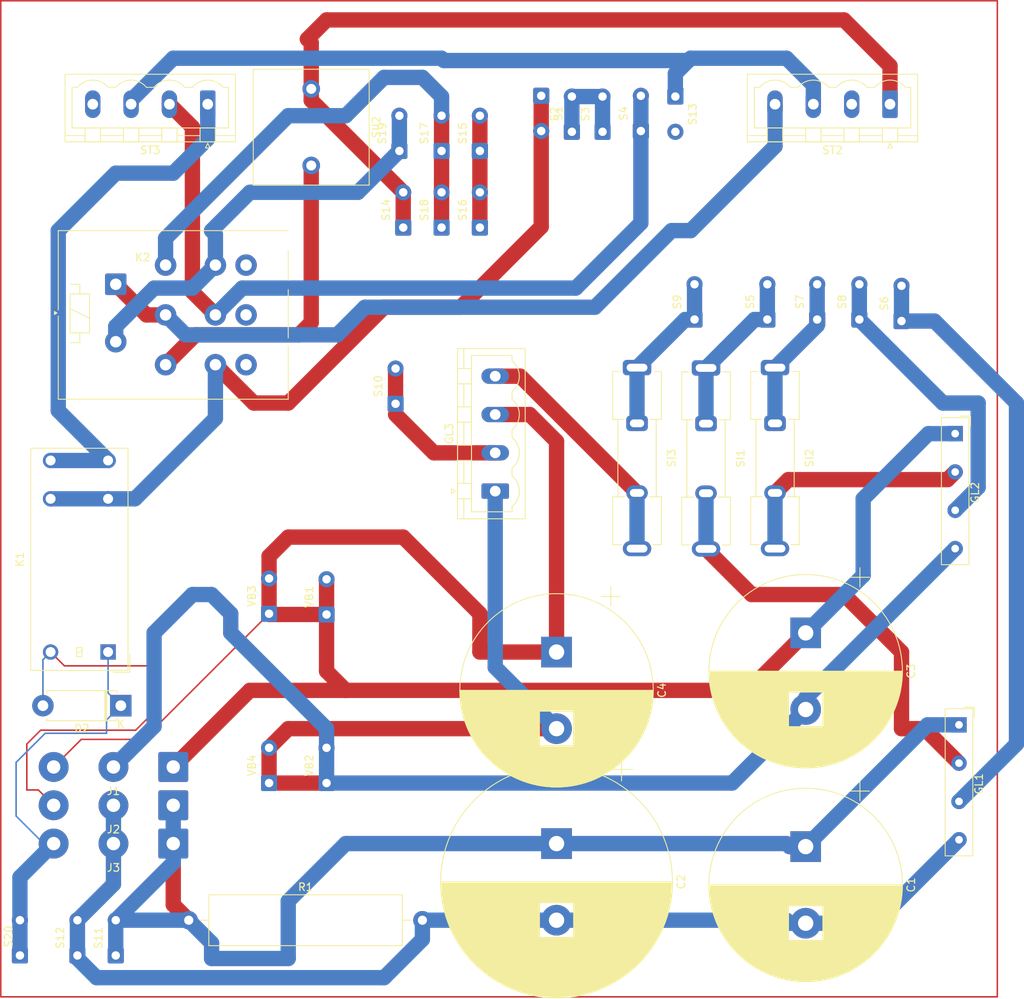
<source format=kicad_pcb>
(kicad_pcb (version 20241229) (generator "pcbnew") (generator_version "9.0")
  (layers (0 "F.Cu" signal) (2 "B.Cu" signal) (13 "F.Paste" user) (15 "B.Paste" user) (5 "F.SilkS" user "F.Silkscreen") (7 "B.SilkS" user "B.Silkscreen") (1 "F.Mask" user) (3 "B.Mask" user) (25 "Edge.Cuts" user))
  (net 0 "")
  (net 2 "Net-(GL3-Pin_4)")
  (net 3 "Net-(GL3-Pin_2)")
  (net 4 "Net-(S6-Pin_1)")
  (net 5 "Net-(GL2-Pad2)")
  (net 6 "Net-(S8-Pin_1)")
  (net 10 "Net-(S2-Pin_1)")
  (net 11 "Net-(S5-Pin_1)")
  (net 12 "Net-(S7-Pin_1)")
  (net 13 "Net-(S9-Pin_1)")
  (net 14 "SW_LIGHT")
  (net 15 "COMMUN_SWITCH")
  (net 16 "AU2")
  (net 17 "AU1")
  (net 18 "Net-(GL1-Pad2)")
  (net 19 "ALIM1_GND")
  (net 20 "ALIM1_VCC")
  (net 21 "CONN_AUX_1")
  (net 22 "S1")
  (net 23 "K2_SW3_COM_9")
  (net 24 "K2_A2")
  (net 25 "K2_A1")
  (net 26 "ALIM2_GND")
  (net 27 "ALIM2_VCC")
  (net 28 "K1_A1")
  (net 29 "Earth")
  (footprint "Connector_Wire:SolderWire-0.5sqmm_1x02_P4.6mm_D0.9mm_OD2.1mm" (layer "F.Cu") (at 172.5 81.8 90)
    (property "Reference" "S6" (at 2.3 -2.25 90) (layer "F.SilkS"))
    (property "Value" "Conn_01x02_Pin")
    (pad "1" thru_hole roundrect (at 0 0 90) (size 2.1 2.1) (drill 1.1) (layers "*.Cu" "*.Mask") (roundrect_rratio 0.119048) (net 4 "Net-(S6-Pin_1)"))
    (pad "2" thru_hole circle (at 4.6 0 90) (size 2.1 2.1) (drill 1.1) (layers "*.Cu" "*.Mask") (net 4 "Net-(S6-Pin_1)"))
  )
  (footprint "Connector_Wire:SolderWire-1sqmm_1x03_P7.8mm_D1.4mm_OD3.9mm" (layer "F.Cu") (at 77.5 140 180)
    (property "Reference" "J1" (at 7.8 -3.15 0) (layer "F.SilkS"))
    (property "Value" "Conn_01x03_Socket")
    (pad "1" thru_hole roundrect (at 0 0 180) (size 3.9 3.9) (drill 1.75) (layers "*.Cu" "*.Mask") (roundrect_rratio 0.064103) (net 27 "ALIM2_VCC"))
    (pad "2" thru_hole circle (at 7.8 0 180) (size 3.9 3.9) (drill 1.75) (layers "*.Cu" "*.Mask") (net 26 "ALIM2_GND"))
    (pad "3" thru_hole circle (at 15.6 0 180) (size 3.9 3.9) (drill 1.75) (layers "*.Cu" "*.Mask") (net 27 "ALIM2_VCC"))
  )
  (footprint "Connector_Wire:SolderWire-0.5sqmm_1x02_P4.6mm_D0.9mm_OD2.1mm" (layer "F.Cu") (at 167 81.6 90)
    (property "Reference" "S8" (at 2.3 -2.25 90) (layer "F.SilkS"))
    (property "Value" "Conn_01x02_Pin")
    (pad "1" thru_hole roundrect (at 0 0 90) (size 2.1 2.1) (drill 1.1) (layers "*.Cu" "*.Mask") (roundrect_rratio 0.119048) (net 6 "Net-(S8-Pin_1)"))
    (pad "2" thru_hole circle (at 4.6 0 90) (size 2.1 2.1) (drill 1.1) (layers "*.Cu" "*.Mask") (net 6 "Net-(S8-Pin_1)"))
  )
  (footprint "Fuse:Fuseholder_Clip-5x20mm_Keystone_3512P_Inline_P23.62x7.27mm_D1.02x2.41x1.02x1.57mm_Horizontal" (layer "F.Cu") (at 138 87.88 -90)
    (property "Reference" "SI3" (at 11.81 -4.5 90) (layer "F.SilkS"))
    (property "Value" "1A")
    (pad "1" thru_hole roundrect (at 0 0 270) (size 2 3.7) (drill oval 1.02 2.71) (layers "*.Cu" "*.Mask") (net 13 "Net-(S9-Pin_1)"))
    (pad "1" thru_hole roundrect (at 7.27 0 270) (size 2 2.8) (drill oval 1.02 1.87) (layers "*.Cu" "*.Mask") (net 13 "Net-(S9-Pin_1)"))
    (pad "2" thru_hole oval (at 16.35 0 270) (size 2 2.8) (drill oval 1.02 1.87) (layers "*.Cu" "*.Mask") (net 2 "Net-(GL3-Pin_4)"))
    (pad "2" thru_hole oval (at 23.62 0 270) (size 2 3.7) (drill oval 1.02 2.71) (layers "*.Cu" "*.Mask") (net 2 "Net-(GL3-Pin_4)"))
  )
  (footprint "Fuse:Fuseholder_Cylinder-5x20mm_EATON_HBW_Vertical_Closed" (layer "F.Cu") (at 95.5 51.5 -90)
    (property "Reference" "SII2" (at 5 -8.5 90) (layer "F.SilkS"))
    (property "Value" "1A")
    (pad "1" thru_hole circle (at 0 0 270) (size 2.3 2.3) (drill 1.3) (layers "*.Cu" "*.Mask") (net 16 "AU2"))
    (pad "2" thru_hole circle (at 10 0 270) (size 2.3 2.3) (drill 1.3) (layers "*.Cu" "*.Mask") (net 23 "K2_SW3_COM_9"))
  )
  (footprint "Connector_Wire:SolderWire-0.5sqmm_1x02_P4.6mm_D0.9mm_OD2.1mm" (layer "F.Cu") (at 70 164.6 90)
    (property "Reference" "S11" (at 2.3 -2.25 90) (layer "F.SilkS"))
    (property "Value" "Conn_01x02_Pin")
    (pad "1" thru_hole roundrect (at 0 0 90) (size 2.1 2.1) (drill 1.1) (layers "*.Cu" "*.Mask") (roundrect_rratio 0.119048) (net 20 "ALIM1_VCC"))
    (pad "2" thru_hole circle (at 4.6 0 90) (size 2.1 2.1) (drill 1.1) (layers "*.Cu" "*.Mask") (net 20 "ALIM1_VCC"))
  )
  (footprint "Connector_Wire:SolderWire-0.5sqmm_1x02_P4.6mm_D0.9mm_OD2.1mm" (layer "F.Cu") (at 117.5 69.6 90)
    (property "Reference" "S16" (at 2.3 -2.25 90) (layer "F.SilkS"))
    (property "Value" "Conn_01x02_Pin")
    (pad "1" thru_hole roundrect (at 0 0 90) (size 2.1 2.1) (drill 1.1) (layers "*.Cu" "*.Mask") (roundrect_rratio 0.119048) (net 17 "AU1"))
    (pad "2" thru_hole circle (at 4.6 0 90) (size 2.1 2.1) (drill 1.1) (layers "*.Cu" "*.Mask") (net 17 "AU1"))
  )
  (footprint "Capacitor_THT:CP_Radial_D30.0mm_P10.00mm_SnapIn" (layer "F.Cu") (at 127.5 150 -90)
    (property "Reference" "C2" (at 5 -16.25 90) (layer "F.SilkS"))
    (property "Value" "50V 4700uF")
    (pad "1" thru_hole rect (at 0 0 270) (size 4 4) (drill 2) (layers "*.Cu" "*.Mask") (net 20 "ALIM1_VCC"))
    (pad "2" thru_hole circle (at 10 0 270) (size 4 4) (drill 2) (layers "*.Cu" "*.Mask") (net 19 "ALIM1_GND"))
  )
  (footprint "Capacitor_THT:CP_Radial_D25.0mm_P10.00mm_SnapIn" (layer "F.Cu") (at 160 122.5 -90)
    (property "Reference" "C3" (at 5 -13.75 90) (layer "F.SilkS"))
    (property "Value" "50V 4700uF")
    (pad "1" thru_hole rect (at 0 0 270) (size 4 4) (drill 2) (layers "*.Cu" "*.Mask") (net 27 "ALIM2_VCC"))
    (pad "2" thru_hole circle (at 10 0 270) (size 4 4) (drill 2) (layers "*.Cu" "*.Mask") (net 26 "ALIM2_GND"))
  )
  (footprint "Diode_THT:Diode_Bridge_19.0x3.5x10.0mm_P5.0mm" (layer "F.Cu") (at 179.5 96.5 -90)
    (property "Reference" "GL2" (at 7.7 -2.6 90) (layer "F.SilkS"))
    (property "Value" "B40C2300-1500A")
    (pad "1" thru_hole rect (at 0 0 270) (size 2 2) (drill 1) (layers "*.Cu" "*.Mask") (net 27 "ALIM2_VCC"))
    (pad "2" thru_hole circle (at 5 0 270) (size 2 2) (drill 1) (layers "*.Cu" "*.Mask") (net 5 "Net-(GL2-Pad2)"))
    (pad "3" thru_hole circle (at 10 0 270) (size 2 2) (drill 1) (layers "*.Cu" "*.Mask") (net 6 "Net-(S8-Pin_1)"))
    (pad "4" thru_hole circle (at 15 0 270) (size 2 2) (drill 1) (layers "*.Cu" "*.Mask") (net 26 "ALIM2_GND"))
  )
  (footprint "Resistor_THT:R_Axial_Power_L25.0mm_W6.4mm_P30.48mm" (layer "F.Cu") (at 79.52 160)
    (property "Reference" "R1" (at 15.24 -4.32 0) (layer "F.SilkS"))
    (property "Value" "2K2")
    (pad "1" thru_hole circle (at 0 0) (size 2.4 2.4) (drill 1.2) (layers "*.Cu" "*.Mask") (net 20 "ALIM1_VCC"))
    (pad "2" thru_hole oval (at 30.48 0) (size 2.4 2.4) (drill 1.2) (layers "*.Cu" "*.Mask") (net 19 "ALIM1_GND"))
  )
  (footprint "Capacitor_THT:CP_Radial_D25.0mm_P10.00mm_SnapIn" (layer "F.Cu") (at 160 150.39463 -90)
    (property "Reference" "C1" (at 5 -13.75 90) (layer "F.SilkS"))
    (property "Value" "50V 4700uF")
    (pad "1" thru_hole rect (at 0 0 270) (size 4 4) (drill 2) (layers "*.Cu" "*.Mask") (net 20 "ALIM1_VCC"))
    (pad "2" thru_hole circle (at 10 0 270) (size 4 4) (drill 2) (layers "*.Cu" "*.Mask") (net 19 "ALIM1_GND"))
  )
  (footprint "Fuse:Fuseholder_Clip-5x20mm_Keystone_3512P_Inline_P23.62x7.27mm_D1.02x2.41x1.02x1.57mm_Horizontal" (layer "F.Cu") (at 156 87.88 -90)
    (property "Reference" "SI2" (at 11.81 -4.5 90) (layer "F.SilkS"))
    (property "Value" "F2.5A ALIM2")
    (pad "1" thru_hole roundrect (at 0 0 270) (size 2 3.7) (drill oval 1.02 2.71) (layers "*.Cu" "*.Mask") (net 12 "Net-(S7-Pin_1)"))
    (pad "1" thru_hole roundrect (at 7.27 0 270) (size 2 2.8) (drill oval 1.02 1.87) (layers "*.Cu" "*.Mask") (net 12 "Net-(S7-Pin_1)"))
    (pad "2" thru_hole oval (at 16.35 0 270) (size 2 2.8) (drill oval 1.02 1.87) (layers "*.Cu" "*.Mask") (net 5 "Net-(GL2-Pad2)"))
    (pad "2" thru_hole oval (at 23.62 0 270) (size 2 3.7) (drill oval 1.02 2.71) (layers "*.Cu" "*.Mask") (net 5 "Net-(GL2-Pad2)"))
  )
  (footprint "Connector_Phoenix_MSTB:PhoenixContact_MSTBVA_2,5_4-G_1x04_P5.00mm_Vertical" (layer "F.Cu") (at 82 53.5 180)
    (property "Reference" "ST3" (at 7.5 -6 0) (layer "F.SilkS"))
    (property "Value" "Conn_01x04_Pin")
    (pad "1" thru_hole roundrect (at 0 0 180) (size 2 3.6) (drill 1.4) (layers "*.Cu" "*.Mask") (roundrect_rratio 0.125) (net 21 "CONN_AUX_1"))
    (pad "2" thru_hole oval (at 5 0 180) (size 2 3.6) (drill 1.4) (layers "*.Cu" "*.Mask") (net 14 "SW_LIGHT"))
    (pad "3" thru_hole oval (at 10 0 180) (size 2 3.6) (drill 1.4) (layers "*.Cu" "*.Mask") (net 29 "Earth"))
    (pad "4" thru_hole oval (at 15 0 180) (size 2 3.6) (drill 1.4) (layers "*.Cu" "*.Mask"))
  )
  (footprint "Connector_Wire:SolderWire-0.5sqmm_1x02_P4.6mm_D0.9mm_OD2.1mm" (layer "F.Cu") (at 117.5 59.6 90)
    (property "Reference" "S15" (at 2.3 -2.25 90) (layer "F.SilkS"))
    (property "Value" "Conn_01x02_Pin")
    (pad "1" thru_hole roundrect (at 0 0 90) (size 2.1 2.1) (drill 1.1) (layers "*.Cu" "*.Mask") (roundrect_rratio 0.119048) (net 17 "AU1"))
    (pad "2" thru_hole circle (at 4.6 0 90) (size 2.1 2.1) (drill 1.1) (layers "*.Cu" "*.Mask") (net 17 "AU1"))
  )
  (footprint "Connector_Wire:SolderWire-0.5sqmm_1x02_P4.6mm_D0.9mm_OD2.1mm" (layer "F.Cu") (at 97.5 120.1 90)
    (property "Reference" "VB1" (at 2.3 -2.25 90) (layer "F.SilkS"))
    (property "Value" "Conn_01x02_Pin")
    (pad "1" thru_hole roundrect (at 0 0 90) (size 2.1 2.1) (drill 1.1) (layers "*.Cu" "*.Mask") (roundrect_rratio 0.119048) (net 27 "ALIM2_VCC"))
    (pad "2" thru_hole circle (at 4.6 0 90) (size 2.1 2.1) (drill 1.1) (layers "*.Cu" "*.Mask") (net 27 "ALIM2_VCC"))
  )
  (footprint "Connector_Wire:SolderWire-0.5sqmm_1x02_P4.6mm_D0.9mm_OD2.1mm" (layer "F.Cu") (at 112.5 59.6 90)
    (property "Reference" "S17" (at 2.3 -2.25 90) (layer "F.SilkS"))
    (property "Value" "Conn_01x02_Pin")
    (pad "1" thru_hole roundrect (at 0 0 90) (size 2.1 2.1) (drill 1.1) (layers "*.Cu" "*.Mask") (roundrect_rratio 0.119048) (net 15 "COMMUN_SWITCH"))
    (pad "2" thru_hole circle (at 4.6 0 90) (size 2.1 2.1) (drill 1.1) (layers "*.Cu" "*.Mask") (net 15 "COMMUN_SWITCH"))
  )
  (footprint "Connector_Wire:SolderWire-0.5sqmm_1x02_P4.6mm_D0.9mm_OD2.1mm" (layer "F.Cu") (at 107.5 69.6 90)
    (property "Reference" "S14" (at 2.3 -2.25 90) (layer "F.SilkS"))
    (property "Value" "Conn_01x02_Pin")
    (pad "1" thru_hole roundrect (at 0 0 90) (size 2.1 2.1) (drill 1.1) (layers "*.Cu" "*.Mask") (roundrect_rratio 0.119048) (net 16 "AU2"))
    (pad "2" thru_hole circle (at 4.6 0 90) (size 2.1 2.1) (drill 1.1) (layers "*.Cu" "*.Mask") (net 16 "AU2"))
  )
  (footprint "Connector_Wire:SolderWire-0.5sqmm_1x02_P4.6mm_D0.9mm_OD2.1mm" (layer "F.Cu") (at 90 142.1 90)
    (property "Reference" "VB4" (at 2.3 -2.25 90) (layer "F.SilkS"))
    (property "Value" "Conn_01x02_Pin")
    (pad "1" thru_hole roundrect (at 0 0 90) (size 2.1 2.1) (drill 1.1) (layers "*.Cu" "*.Mask") (roundrect_rratio 0.119048) (net 26 "ALIM2_GND"))
    (pad "2" thru_hole circle (at 4.6 0 90) (size 2.1 2.1) (drill 1.1) (layers "*.Cu" "*.Mask") (net 26 "ALIM2_GND"))
  )
  (footprint "Connector_Wire:SolderWire-0.5sqmm_1x02_P4.6mm_D0.9mm_OD2.1mm" (layer "F.Cu") (at 125.5 52.4 -90)
    (property "Reference" "S1" (at 2.3 -2.25 270) (layer "F.SilkS"))
    (property "Value" "Conn_01x02_Pin")
    (pad "1" thru_hole roundrect (at 0 0 270) (size 2.1 2.1) (drill 1.1) (layers "*.Cu" "*.Mask") (roundrect_rratio 0.119048) (net 22 "S1"))
    (pad "2" thru_hole circle (at 4.6 0 270) (size 2.1 2.1) (drill 1.1) (layers "*.Cu" "*.Mask") (net 22 "S1"))
  )
  (footprint "Connector_Wire:SolderWire-1sqmm_1x03_P7.8mm_D1.4mm_OD3.9mm" (layer "F.Cu") (at 77.5 150 180)
    (property "Reference" "J3" (at 7.8 -3.15 0) (layer "F.SilkS"))
    (property "Value" "Conn_01x03_Socket")
    (pad "1" thru_hole roundrect (at 0 0 180) (size 3.9 3.9) (drill 1.75) (layers "*.Cu" "*.Mask") (roundrect_rratio 0.064103) (net 20 "ALIM1_VCC"))
    (pad "2" thru_hole circle (at 7.8 0 180) (size 3.9 3.9) (drill 1.75) (layers "*.Cu" "*.Mask") (net 19 "ALIM1_GND"))
    (pad "3" thru_hole circle (at 15.6 0 180) (size 3.9 3.9) (drill 1.75) (layers "*.Cu" "*.Mask") (net 28 "K1_A1"))
  )
  (footprint "Diode_THT:Diode_Bridge_19.0x3.5x10.0mm_P5.0mm" (layer "F.Cu") (at 180 134.5 -90)
    (property "Reference" "GL1" (at 7.7 -2.6 90) (layer "F.SilkS"))
    (property "Value" "B40C2300-1500A")
    (pad "1" thru_hole rect (at 0 0 270) (size 2 2) (drill 1) (layers "*.Cu" "*.Mask") (net 19 "ALIM1_GND"))
    (pad "2" thru_hole circle (at 5 0 270) (size 2 2) (drill 1) (layers "*.Cu" "*.Mask") (net 18 "Net-(GL1-Pad2)"))
    (pad "3" thru_hole circle (at 10 0 270) (size 2 2) (drill 1) (layers "*.Cu" "*.Mask") (net 4 "Net-(S6-Pin_1)"))
    (pad "4" thru_hole circle (at 15 0 270) (size 2 2) (drill 1) (layers "*.Cu" "*.Mask") (net 20 "ALIM1_VCC"))
  )
  (footprint "Connector_Wire:SolderWire-0.5sqmm_1x02_P4.6mm_D0.9mm_OD2.1mm" (layer "F.Cu") (at 90 120 90)
    (property "Reference" "VB3" (at 2.3 -2.25 90) (layer "F.SilkS"))
    (property "Value" "Conn_01x02_Pin")
    (pad "1" thru_hole roundrect (at 0 0 90) (size 2.1 2.1) (drill 1.1) (layers "*.Cu" "*.Mask") (roundrect_rratio 0.119048) (net 27 "ALIM2_VCC"))
    (pad "2" thru_hole circle (at 4.6 0 90) (size 2.1 2.1) (drill 1.1) (layers "*.Cu" "*.Mask") (net 27 "ALIM2_VCC"))
  )
  (footprint "Connector_Wire:SolderWire-0.5sqmm_1x02_P4.6mm_D0.9mm_OD2.1mm" (layer "F.Cu") (at 129.5 57.1 90)
    (property "Reference" "S2" (at 2.3 -2.25 90) (layer "F.SilkS"))
    (property "Value" "Conn_01x02_Pin")
    (pad "1" thru_hole roundrect (at 0 0 90) (size 2.1 2.1) (drill 1.1) (layers "*.Cu" "*.Mask") (roundrect_rratio 0.119048) (net 10 "Net-(S2-Pin_1)"))
    (pad "2" thru_hole circle (at 4.6 0 90) (size 2.1 2.1) (drill 1.1) (layers "*.Cu" "*.Mask") (net 10 "Net-(S2-Pin_1)"))
  )
  (footprint "Connector_Phoenix_MSTB:PhoenixContact_MSTBVA_2,5_4-G_1x04_P5.00mm_Vertical" (layer "F.Cu") (at 119.5 104 90)
    (property "Reference" "GL3" (at 7.5 -6 90) (layer "F.SilkS"))
    (property "Value" "Conn_01x04_Pin")
    (pad "1" thru_hole roundrect (at 0 0 90) (size 2 3.6) (drill 1.4) (layers "*.Cu" "*.Mask") (roundrect_rratio 0.125) (net 26 "ALIM2_GND"))
    (pad "2" thru_hole oval (at 5 0 90) (size 2 3.6) (drill 1.4) (layers "*.Cu" "*.Mask") (net 3 "Net-(GL3-Pin_2)"))
    (pad "3" thru_hole oval (at 10 0 90) (size 2 3.6) (drill 1.4) (layers "*.Cu" "*.Mask") (net 27 "ALIM2_VCC"))
    (pad "4" thru_hole oval (at 15 0 90) (size 2 3.6) (drill 1.4) (layers "*.Cu" "*.Mask") (net 2 "Net-(GL3-Pin_4)"))
  )
  (footprint "Connector_Wire:SolderWire-0.5sqmm_1x02_P4.6mm_D0.9mm_OD2.1mm" (layer "F.Cu") (at 155 81.6 90)
    (property "Reference" "S5" (at 2.3 -2.25 90) (layer "F.SilkS"))
    (property "Value" "Conn_01x02_Pin")
    (pad "1" thru_hole roundrect (at 0 0 90) (size 2.1 2.1) (drill 1.1) (layers "*.Cu" "*.Mask") (roundrect_rratio 0.119048) (net 11 "Net-(S5-Pin_1)"))
    (pad "2" thru_hole circle (at 4.6 0 90) (size 2.1 2.1) (drill 1.1) (layers "*.Cu" "*.Mask") (net 11 "Net-(S5-Pin_1)"))
  )
  (footprint "Connector_Wire:SolderWire-0.5sqmm_1x02_P4.6mm_D0.9mm_OD2.1mm" (layer "F.Cu") (at 133.5 57.1 90)
    (property "Reference" "S3" (at 2.3 -2.25 90) (layer "F.SilkS"))
    (property "Value" "Conn_01x02_Pin")
    (pad "1" thru_hole roundrect (at 0 0 90) (size 2.1 2.1) (drill 1.1) (layers "*.Cu" "*.Mask") (roundrect_rratio 0.119048) (net 10 "Net-(S2-Pin_1)"))
    (pad "2" thru_hole circle (at 4.6 0 90) (size 2.1 2.1) (drill 1.1) (layers "*.Cu" "*.Mask") (net 10 "Net-(S2-Pin_1)"))
  )
  (footprint "Connector_Wire:SolderWire-0.5sqmm_1x02_P4.6mm_D0.9mm_OD2.1mm" (layer "F.Cu") (at 143 52.5 -90)
    (property "Reference" "S13" (at 2.3 -2.25 270) (layer "F.SilkS"))
    (property "Value" "Conn_01x02_Pin")
    (pad "1" thru_hole roundrect (at 0 0 270) (size 2.1 2.1) (drill 1.1) (layers "*.Cu" "*.Mask") (roundrect_rratio 0.119048) (net 29 "Earth"))
    (pad "2" thru_hole circle (at 4.6 0 270) (size 2.1 2.1) (drill 1.1) (layers "*.Cu" "*.Mask") (net 29 "Earth"))
  )
  (footprint "Connector_Wire:SolderWire-0.5sqmm_1x02_P4.6mm_D0.9mm_OD2.1mm" (layer "F.Cu") (at 106.5 92.6 90)
    (property "Reference" "S10" (at 2.3 -2.25 90) (layer "F.SilkS"))
    (property "Value" "Conn_01x02_Pin")
    (pad "1" thru_hole roundrect (at 0 0 90) (size 2.1 2.1) (drill 1.1) (layers "*.Cu" "*.Mask") (roundrect_rratio 0.119048) (net 3 "Net-(GL3-Pin_2)"))
    (pad "2" thru_hole circle (at 4.6 0 90) (size 2.1 2.1) (drill 1.1) (layers "*.Cu" "*.Mask") (net 3 "Net-(GL3-Pin_2)"))
  )
  (footprint "alliaume:Relay_SPDT_Finder_40.61" (layer "F.Cu") (at 76.5 81 -90)
    (property "Reference" "K2" (at -7.5 3 0) (layer "F.SilkS"))
    (property "Value" "FINDER-55.13")
    (pad "1" thru_hole circle (at -6.5 -10.5) (size 2.8 2.8) (drill 1.5) (layers "*.Cu" "*.Mask"))
    (pad "2" thru_hole circle (at 0 -10.5) (size 2.8 2.8) (drill 1.5) (layers "*.Cu" "*.Mask"))
    (pad "3" thru_hole circle (at 6.5 -10.5) (size 2.8 2.8) (drill 1.5) (layers "*.Cu" "*.Mask"))
    (pad "4" thru_hole circle (at -6.5 -6.5) (size 2.8 2.8) (drill 1.5) (layers "*.Cu" "*.Mask") (net 24 "K2_A2"))
    (pad "5" thru_hole circle (at 0 -6.5) (size 2.8 2.8) (drill 1.5) (layers "*.Cu" "*.Mask") (net 14 "SW_LIGHT"))
    (pad "6" thru_hole circle (at 6.5 -6.5) (size 2.8 2.8) (drill 1.5) (layers "*.Cu" "*.Mask") (net 22 "S1"))
    (pad "7" thru_hole circle (at -6.5 0) (size 2.8 2.8) (drill 1.5) (layers "*.Cu" "*.Mask") (net 15 "COMMUN_SWITCH"))
    (pad "8" thru_hole circle (at 0 0) (size 2.8 2.8) (drill 1.5) (layers "*.Cu" "*.Mask") (net 25 "K2_A1"))
    (pad "9" thru_hole circle (at 6.5 0) (size 2.8 2.8) (drill 1.5) (layers "*.Cu" "*.Mask") (net 23 "K2_SW3_COM_9"))
    (pad "A1" thru_hole roundrect (at -4 6.5) (size 2.8 2.8) (drill 1.5) (layers "*.Cu" "*.Mask") (roundrect_rratio 0.08928571429) (net 25 "K2_A1"))
    (pad "A2" thru_hole circle (at 3.5 6.5) (size 2.8 2.8) (drill 1.5) (layers "*.Cu" "*.Mask") (net 24 "K2_A2"))
  )
  (footprint "Fuse:Fuseholder_Clip-5x20mm_Keystone_3512P_Inline_P23.62x7.27mm_D1.02x2.41x1.02x1.57mm_Horizontal" (layer "F.Cu") (at 147 87.92 -90)
    (property "Reference" "SI1" (at 11.81 -4.5 90) (layer "F.SilkS"))
    (property "Value" "F6.3A ALIM1")
    (pad "1" thru_hole roundrect (at 0 0 270) (size 2 3.7) (drill oval 1.02 2.71) (layers "*.Cu" "*.Mask") (net 11 "Net-(S5-Pin_1)"))
    (pad "1" thru_hole roundrect (at 7.27 0 270) (size 2 2.8) (drill oval 1.02 1.87) (layers "*.Cu" "*.Mask") (net 11 "Net-(S5-Pin_1)"))
    (pad "2" thru_hole oval (at 16.35 0 270) (size 2 2.8) (drill oval 1.02 1.87) (layers "*.Cu" "*.Mask") (net 18 "Net-(GL1-Pad2)"))
    (pad "2" thru_hole oval (at 23.62 0 270) (size 2 3.7) (drill oval 1.02 2.71) (layers "*.Cu" "*.Mask") (net 18 "Net-(GL1-Pad2)"))
  )
  (footprint "Connector_Wire:SolderWire-0.5sqmm_1x02_P4.6mm_D0.9mm_OD2.1mm" (layer "F.Cu") (at 97.5 142.1 90)
    (property "Reference" "VB2" (at 2.3 -2.25 90) (layer "F.SilkS"))
    (property "Value" "Conn_01x02_Pin")
    (pad "1" thru_hole roundrect (at 0 0 90) (size 2.1 2.1) (drill 1.1) (layers "*.Cu" "*.Mask") (roundrect_rratio 0.119048) (net 26 "ALIM2_GND"))
    (pad "2" thru_hole circle (at 4.6 0 90) (size 2.1 2.1) (drill 1.1) (layers "*.Cu" "*.Mask") (net 26 "ALIM2_GND"))
  )
  (footprint "Connector_Wire:SolderWire-1sqmm_1x03_P7.8mm_D1.4mm_OD3.9mm" (layer "F.Cu") (at 77.5 145 180)
    (property "Reference" "J2" (at 7.8 -3.15 0) (layer "F.SilkS"))
    (property "Value" "Conn_01x03_Socket")
    (pad "1" thru_hole roundrect (at 0 0 180) (size 3.9 3.9) (drill 1.75) (layers "*.Cu" "*.Mask") (roundrect_rratio 0.064103) (net 20 "ALIM1_VCC"))
    (pad "2" thru_hole circle (at 7.8 0 180) (size 3.9 3.9) (drill 1.75) (layers "*.Cu" "*.Mask") (net 19 "ALIM1_GND"))
    (pad "3" thru_hole circle (at 15.6 0 180) (size 3.9 3.9) (drill 1.75) (layers "*.Cu" "*.Mask") (net 26 "ALIM2_GND"))
  )
  (footprint "Connector_Wire:SolderWire-0.5sqmm_1x02_P4.6mm_D0.9mm_OD2.1mm" (layer "F.Cu") (at 57.5 164.6 90)
    (property "Reference" "S20" (at 2.475 -1.485 90) (layer "F.SilkS"))
    (property "Value" "Conn_01x02_Pin")
    (pad "1" thru_hole roundrect (at 0 0 90) (size 2.1 2.1) (drill 1.1) (layers "*.Cu" "*.Mask") (roundrect_rratio 0.119048) (net 28 "K1_A1"))
    (pad "2" thru_hole circle (at 4.6 0 90) (size 2.1 2.1) (drill 1.1) (layers "*.Cu" "*.Mask") (net 28 "K1_A1"))
  )
  (footprint "Relay_THT:Relay_SPST_Omron_G2RL-1A-E" (layer "F.Cu") (at 69 125 180)
    (property "Reference" "K1" (at 11.5 12.1 90) (layer "F.SilkS"))
    (property "Value" "G2RL-1A-E")
    (pad "13" thru_hole circle (at 0 20 180) (size 2 2) (drill 1.3) (layers "*.Cu" "*.Mask") (net 22 "S1"))
    (pad "13" thru_hole circle (at 7.5 20 180) (size 2 2) (drill 1.3) (layers "*.Cu" "*.Mask") (net 22 "S1"))
    (pad "14" thru_hole circle (at 0 25 180) (size 2 2) (drill 1.3) (layers "*.Cu" "*.Mask") (net 21 "CONN_AUX_1"))
    (pad "14" thru_hole circle (at 7.5 25 180) (size 2 2) (drill 1.3) (layers "*.Cu" "*.Mask") (net 21 "CONN_AUX_1"))
    (pad "A1" thru_hole rect (at 0 0 180) (size 2 2) (drill 1.3) (layers "*.Cu" "*.Mask") (net 28 "K1_A1"))
    (pad "A2" thru_hole circle (at 7.5 0 180) (size 2 2) (drill 1.3) (layers "*.Cu" "*.Mask") (net 26 "ALIM2_GND"))
  )
  (footprint "Connector_Wire:SolderWire-0.5sqmm_1x02_P4.6mm_D0.9mm_OD2.1mm" (layer "F.Cu") (at 65 164.6 90)
    (property "Reference" "S12" (at 2.3 -2.25 90) (layer "F.SilkS"))
    (property "Value" "Conn_01x02_Pin")
    (pad "1" thru_hole roundrect (at 0 0 90) (size 2.1 2.1) (drill 1.1) (layers "*.Cu" "*.Mask") (roundrect_rratio 0.119048) (net 19 "ALIM1_GND"))
    (pad "2" thru_hole circle (at 4.6 0 90) (size 2.1 2.1) (drill 1.1) (layers "*.Cu" "*.Mask") (net 19 "ALIM1_GND"))
  )
  (footprint "Connector_Wire:SolderWire-0.5sqmm_1x02_P4.6mm_D0.9mm_OD2.1mm" (layer "F.Cu") (at 145.5 81.6 90)
    (property "Reference" "S9" (at 2.3 -2.25 90) (layer "F.SilkS"))
    (property "Value" "Conn_01x02_Pin")
    (pad "1" thru_hole roundrect (at 0 0 90) (size 2.1 2.1) (drill 1.1) (layers "*.Cu" "*.Mask") (roundrect_rratio 0.119048) (net 13 "Net-(S9-Pin_1)"))
    (pad "2" thru_hole circle (at 4.6 0 90) (size 2.1 2.1) (drill 1.1) (layers "*.Cu" "*.Mask") (net 13 "Net-(S9-Pin_1)"))
  )
  (footprint "Connector_Wire:SolderWire-0.5sqmm_1x02_P4.6mm_D0.9mm_OD2.1mm" (layer "F.Cu") (at 112.5 69.6 90)
    (property "Reference" "S18" (at 2.3 -2.25 90) (layer "F.SilkS"))
    (property "Value" "Conn_01x02_Pin")
    (pad "1" thru_hole roundrect (at 0 0 90) (size 2.1 2.1) (drill 1.1) (layers "*.Cu" "*.Mask") (roundrect_rratio 0.119048) (net 15 "COMMUN_SWITCH"))
    (pad "2" thru_hole circle (at 4.6 0 90) (size 2.1 2.1) (drill 1.1) (layers "*.Cu" "*.Mask") (net 15 "COMMUN_SWITCH"))
  )
  (footprint "Connector_Wire:SolderWire-0.5sqmm_1x02_P4.6mm_D0.9mm_OD2.1mm" (layer "F.Cu") (at 161.5 81.6 90)
    (property "Reference" "S7" (at 2.3 -2.25 90) (layer "F.SilkS"))
    (property "Value" "Conn_01x02_Pin")
    (pad "1" thru_hole roundrect (at 0 0 90) (size 2.1 2.1) (drill 1.1) (layers "*.Cu" "*.Mask") (roundrect_rratio 0.119048) (net 12 "Net-(S7-Pin_1)"))
    (pad "2" thru_hole circle (at 4.6 0 90) (size 2.1 2.1) (drill 1.1) (layers "*.Cu" "*.Mask") (net 12 "Net-(S7-Pin_1)"))
  )
  (footprint "Connector_Wire:SolderWire-0.5sqmm_1x02_P4.6mm_D0.9mm_OD2.1mm" (layer "F.Cu") (at 138.5 57 90)
    (property "Reference" "S4" (at 2.3 -2.25 90) (layer "F.SilkS"))
    (property "Value" "Conn_01x02_Pin")
    (pad "1" thru_hole roundrect (at 0 0 90) (size 2.1 2.1) (drill 1.1) (layers "*.Cu" "*.Mask") (roundrect_rratio 0.119048) (net 14 "SW_LIGHT"))
    (pad "2" thru_hole circle (at 4.6 0 90) (size 2.1 2.1) (drill 1.1) (layers "*.Cu" "*.Mask") (net 14 "SW_LIGHT"))
  )
  (footprint "Capacitor_THT:CP_Radial_D25.0mm_P10.00mm_SnapIn" (layer "F.Cu") (at 127.5 125 -90)
    (property "Reference" "C4" (at 5 -13.75 90) (layer "F.SilkS"))
    (property "Value" "C_Polarized")
    (pad "1" thru_hole rect (at 0 0 270) (size 4 4) (drill 2) (layers "*.Cu" "*.Mask") (net 27 "ALIM2_VCC"))
    (pad "2" thru_hole circle (at 10 0 270) (size 4 4) (drill 2) (layers "*.Cu" "*.Mask") (net 26 "ALIM2_GND"))
  )
  (footprint "Connector_Phoenix_MSTB:PhoenixContact_MSTBVA_2,5_4-G_1x04_P5.00mm_Vertical" (layer "F.Cu") (at 171 53.5 180)
    (property "Reference" "ST2" (at 7.5 -6 0) (layer "F.SilkS"))
    (property "Value" "Conn_01x04_Pin")
    (pad "1" thru_hole roundrect (at 0 0 180) (size 2 3.6) (drill 1.4) (layers "*.Cu" "*.Mask") (roundrect_rratio 0.125) (net 16 "AU2"))
    (pad "2" thru_hole oval (at 5 0 180) (size 2 3.6) (drill 1.4) (layers "*.Cu" "*.Mask"))
    (pad "3" thru_hole oval (at 10 0 180) (size 2 3.6) (drill 1.4) (layers "*.Cu" "*.Mask") (net 29 "Earth"))
    (pad "4" thru_hole oval (at 15 0 180) (size 2 3.6) (drill 1.4) (layers "*.Cu" "*.Mask") (net 25 "K2_A1"))
  )
  (footprint "Connector_Wire:SolderWire-0.5sqmm_1x02_P4.6mm_D0.9mm_OD2.1mm" (layer "F.Cu") (at 107 59.6 90)
    (property "Reference" "S19" (at 2.3 -2.25 90) (layer "F.SilkS"))
    (property "Value" "Conn_01x02_Pin")
    (pad "1" thru_hole roundrect (at 0 0 90) (size 2.1 2.1) (drill 1.1) (layers "*.Cu" "*.Mask") (roundrect_rratio 0.119048) (net 24 "K2_A2"))
    (pad "2" thru_hole circle (at 4.6 0 90) (size 2.1 2.1) (drill 1.1) (layers "*.Cu" "*.Mask") (net 24 "K2_A2"))
  )
  (footprint "Diode_THT:D_5W_P10.16mm_Horizontal" (layer "F.Cu") (at 70.66 132 180)
    (property "Reference" "D2" (at 5.08 -2.97 0) (layer "F.SilkS"))
    (property "Value" "D")
    (fp_text user "K" (at 0 -2.4 0) (layer "F.SilkS"))
    (pad "1" thru_hole rect (at 0 0 180) (size 2.8 2.8) (drill 1.4) (layers "*.Cu" "*.Mask") (net 28 "K1_A1"))
    (pad "2" thru_hole oval (at 10.16 0 180) (size 2.8 2.8) (drill 1.4) (layers "*.Cu" "*.Mask") (net 26 "ALIM2_GND"))
  )
  (gr_rect (start 55 40) (end 185 170) (stroke (width 0.2)) (fill no) (layer "F.Cu"))
  (segment (start 122.77 89) (end 138 104.23) (width 2) (layer "F.Cu") (net 2))
  (segment (start 119.5 89) (end 122.77 89) (width 2) (layer "F.Cu") (net 2))
  (segment (start 138 104.23) (end 138 111.5) (width 2) (layer "B.Cu") (net 2))
  (segment (start 111.5 99) (end 119.5 99) (width 2) (layer "F.Cu") (net 3))
  (segment (start 106.5 92.6) (end 106.5 94) (width 0.2) (layer "F.Cu") (net 3))
  (segment (start 106.5 88) (end 106.5 92.6) (width 2) (layer "F.Cu") (net 3))
  (segment (start 106.5 94) (end 111.5 99) (width 2) (layer "F.Cu") (net 3))
  (segment (start 176.8 81.8) (end 187.5 92.5) (width 2) (layer "B.Cu") (net 4))
  (segment (start 187.5 137) (end 180 144.5) (width 2) (layer "B.Cu") (net 4))
  (segment (start 187.5 92.5) (end 187.5 137) (width 2) (layer "B.Cu") (net 4))
  (segment (start 172.5 77.2) (end 172.5 81.8) (width 2) (layer "B.Cu") (net 4))
  (segment (start 172.5 81.8) (end 176.8 81.8) (width 2) (layer "B.Cu") (net 4))
  (segment (start 156 104.23) (end 157.73 102.5) (width 2) (layer "F.Cu") (net 5))
  (segment (start 178.5 102.5) (end 179.5 101.5) (width 2) (layer "F.Cu") (net 5))
  (segment (start 157.73 102.5) (end 178.5 102.5) (width 2) (layer "F.Cu") (net 5))
  (segment (start 156 104.23) (end 156 111.5) (width 2) (layer "B.Cu") (net 5))
  (segment (start 177.9 92.5) (end 182.5 92.5) (width 2) (layer "B.Cu") (net 6))
  (segment (start 167 77) (end 167 81.6) (width 2) (layer "B.Cu") (net 6))
  (segment (start 182.5 103.5) (end 179.5 106.5) (width 2) (layer "B.Cu") (net 6))
  (segment (start 167 81.6) (end 177.9 92.5) (width 2) (layer "B.Cu") (net 6))
  (segment (start 182.5 92.5) (end 182.5 103.5) (width 2) (layer "B.Cu") (net 6))
  (segment (start 133.5 57.1) (end 133.5 52.5) (width 2) (layer "B.Cu") (net 10))
  (segment (start 133.5 52.5) (end 129.5 52.5) (width 2) (layer "B.Cu") (net 10))
  (segment (start 129.5 52.5) (end 129.5 57.1) (width 2) (layer "B.Cu") (net 10))
  (segment (start 155 77) (end 155 81.6) (width 2) (layer "B.Cu") (net 11))
  (segment (start 153.32 81.6) (end 147 87.92) (width 2) (layer "B.Cu") (net 11))
  (segment (start 155 81.6) (end 153.32 81.6) (width 2) (layer "B.Cu") (net 11))
  (segment (start 147 87.92) (end 147 95.19) (width 2) (layer "B.Cu") (net 11))
  (segment (start 161.5 81.6) (end 161.5 82.38) (width 2) (layer "B.Cu") (net 12))
  (segment (start 156 87.88) (end 156 95.15) (width 2) (layer "B.Cu") (net 12))
  (segment (start 161.5 82.38) (end 156 87.88) (width 2) (layer "B.Cu") (net 12))
  (segment (start 161.5 77) (end 161.5 81.6) (width 2) (layer "B.Cu") (net 12))
  (segment (start 138 87.88) (end 138 95.15) (width 2) (layer "B.Cu") (net 13))
  (segment (start 144.28 81.6) (end 138 87.88) (width 2) (layer "B.Cu") (net 13))
  (segment (start 145.5 81.6) (end 144.28 81.6) (width 2) (layer "B.Cu") (net 13))
  (segment (start 145.5 77) (end 145.5 81.6) (width 2) (layer "B.Cu") (net 13))
  (segment (start 77 53.5) (end 80 56.5) (width 2) (layer "F.Cu") (net 14))
  (segment (start 80 78) (end 83 81) (width 2) (layer "F.Cu") (net 14))
  (segment (start 80 56.5) (end 80 78) (width 2) (layer "F.Cu") (net 14))
  (segment (start 130 77.5) (end 138.5 69) (width 2) (layer "B.Cu") (net 14))
  (segment (start 138.5 69) (end 138.5 57) (width 2) (layer "B.Cu") (net 14))
  (segment (start 83 81) (end 86.5 77.5) (width 2) (layer "B.Cu") (net 14))
  (segment (start 138.5 57) (end 138.5 52.4) (width 2) (layer "B.Cu") (net 14))
  (segment (start 86.5 77.5) (end 130 77.5) (width 2) (layer "B.Cu") (net 14))
  (segment (start 112.5 55) (end 112.5 59.6) (width 2) (layer "F.Cu") (net 15))
  (segment (start 112.5 65) (end 112.5 69.6) (width 2) (layer "F.Cu") (net 15))
  (segment (start 112.5 59.6) (end 112.5 65) (width 2) (layer "F.Cu") (net 15))
  (segment (start 112.5 55) (end 112.5 52.5) (width 2) (layer "B.Cu") (net 15))
  (segment (start 76.5 71) (end 76.5 74.5) (width 2) (layer "B.Cu") (net 15))
  (segment (start 100 55) (end 92.5 55) (width 2) (layer "B.Cu") (net 15))
  (segment (start 112.5 52.5) (end 110 50) (width 2) (layer "B.Cu") (net 15))
  (segment (start 105 50) (end 100 55) (width 2) (layer "B.Cu") (net 15))
  (segment (start 92.5 55) (end 76.5 71) (width 2) (layer "B.Cu") (net 15))
  (segment (start 110 50) (end 105 50) (width 2) (layer "B.Cu") (net 15))
  (segment (start 107.5 65) (end 95.5 53) (width 2) (layer "F.Cu") (net 16))
  (segment (start 97.5 42.5) (end 165 42.5) (width 2) (layer "F.Cu") (net 16))
  (segment (start 165 42.5) (end 171 48.5) (width 2) (layer "F.Cu") (net 16))
  (segment (start 107.5 69.6) (end 107.5 65) (width 2) (layer "F.Cu") (net 16))
  (segment (start 95.5 51.5) (end 95.5 45.5) (width 2) (layer "F.Cu") (net 16))
  (segment (start 95.5 45.5) (end 95 45) (width 2) (layer "F.Cu") (net 16))
  (segment (start 95.5 53) (end 95.5 51.5) (width 2) (layer "F.Cu") (net 16))
  (segment (start 95 45) (end 97.5 42.5) (width 2) (layer "F.Cu") (net 16))
  (segment (start 171 48.5) (end 171 53.5) (width 2) (layer "F.Cu") (net 16))
  (segment (start 117.5 55) (end 117.5 59.6) (width 2) (layer "F.Cu") (net 17))
  (segment (start 117.5 65) (end 117.5 69.6) (width 2) (layer "F.Cu") (net 17))
  (segment (start 117.5 59.6) (end 117.5 65) (width 2) (layer "F.Cu") (net 17))
  (segment (start 175.5 135) (end 180 139.5) (width 2) (layer "F.Cu") (net 18))
  (segment (start 147 111.54) (end 152.96 117.5) (width 2) (layer "F.Cu") (net 18))
  (segment (start 152.96 117.5) (end 165 117.5) (width 2) (layer "F.Cu") (net 18))
  (segment (start 172.5 135) (end 175.5 135) (width 2) (layer "F.Cu") (net 18))
  (segment (start 172.5 125) (end 172.5 135) (width 2) (layer "F.Cu") (net 18))
  (segment (start 165 117.5) (end 172.5 125) (width 2) (layer "F.Cu") (net 18))
  (segment (start 147 104.27) (end 147 111.54) (width 2) (layer "B.Cu") (net 18))
  (segment (start 69.7 145) (end 69.7 150) (width 2) (layer "B.Cu") (net 19))
  (segment (start 160 160.39463) (end 157.89463 160.39463) (width 2) (layer "B.Cu") (net 19))
  (segment (start 67.5 167.5) (end 105 167.5) (width 2) (layer "B.Cu") (net 19))
  (segment (start 69.7 150) (end 69.7 155.3) (width 2) (layer "B.Cu") (net 19))
  (segment (start 127.5 160) (end 110 160) (width 2) (layer "B.Cu") (net 19))
  (segment (start 105 167.5) (end 110 162.5) (width 2) (layer "B.Cu") (net 19))
  (segment (start 157.5 160) (end 127.5 160) (width 2) (layer "B.Cu") (net 19))
  (segment (start 65 165) (end 67.5 167.5) (width 2) (layer "B.Cu") (net 19))
  (segment (start 169.10537 160.39463) (end 160 160.39463) (width 2) (layer "B.Cu") (net 19))
  (segment (start 69.7 155.3) (end 65 160) (width 2) (layer "B.Cu") (net 19))
  (segment (start 110 162.5) (end 110 160) (width 2) (layer "B.Cu") (net 19))
  (segment (start 180 149.5) (end 169.10537 160.39463) (width 2) (layer "B.Cu") (net 19))
  (segment (start 65 164.6) (end 65 165) (width 2) (layer "B.Cu") (net 19))
  (segment (start 65 160) (end 65 164.6) (width 2) (layer "B.Cu") (net 19))
  (segment (start 157.89463 160.39463) (end 157.5 160) (width 2) (layer "B.Cu") (net 19))
  (segment (start 77.5 150) (end 77.5 157.98) (width 2) (layer "F.Cu") (net 20))
  (segment (start 77.5 157.98) (end 79.52 160) (width 2) (layer "F.Cu") (net 20))
  (segment (start 92.5 157.5) (end 92.5 165) (width 2) (layer "B.Cu") (net 20))
  (segment (start 160 150.39463) (end 157.89463 150.39463) (width 2) (layer "B.Cu") (net 20))
  (segment (start 82.5 165) (end 82.5 162.98) (width 2) (layer "B.Cu") (net 20))
  (segment (start 79.52 160) (end 70 160) (width 2) (layer "B.Cu") (net 20))
  (segment (start 157.5 150) (end 127.5 150) (width 2) (layer "B.Cu") (net 20))
  (segment (start 127.5 150) (end 100 150) (width 2) (layer "B.Cu") (net 20))
  (segment (start 70 160) (end 70 164.6) (width 2) (layer "B.Cu") (net 20))
  (segment (start 77.5 150) (end 77.5 152.5) (width 2) (layer "B.Cu") (net 20))
  (segment (start 77.5 152.5) (end 70 160) (width 2) (layer "B.Cu") (net 20))
  (segment (start 77.5 145) (end 77.5 150) (width 2) (layer "B.Cu") (net 20))
  (segment (start 157.89463 150.39463) (end 157.5 150) (width 2) (layer "B.Cu") (net 20))
  (segment (start 175.89463 134.5) (end 160 150.39463) (width 2) (layer "B.Cu") (net 20))
  (segment (start 92.5 165) (end 82.5 165) (width 2) (layer "B.Cu") (net 20))
  (segment (start 82.5 162.98) (end 79.52 160) (width 2) (layer "B.Cu") (net 20))
  (segment (start 180 134.5) (end 175.89463 134.5) (width 2) (layer "B.Cu") (net 20))
  (segment (start 100 150) (end 92.5 157.5) (width 2) (layer "B.Cu") (net 20))
  (segment (start 70 62.5) (end 62.5 70) (width 2) (layer "B.Cu") (net 21))
  (segment (start 82 58) (end 77.5 62.5) (width 2) (layer "B.Cu") (net 21))
  (segment (start 77.5 62.5) (end 70 62.5) (width 2) (layer "B.Cu") (net 21))
  (segment (start 62.5 70) (end 62.5 93.5) (width 2) (layer "B.Cu") (net 21))
  (segment (start 82 53.5) (end 82 58) (width 2) (layer "B.Cu") (net 21))
  (segment (start 69 100) (end 61.5 100) (width 2) (layer "B.Cu") (net 21))
  (segment (start 62.5 93.5) (end 69 100) (width 2) (layer "B.Cu") (net 21))
  (segment (start 125.5 69.5) (end 115 80) (width 2) (layer "F.Cu") (net 22))
  (segment (start 125.5 52.4) (end 125.5 57) (width 2) (layer "F.Cu") (net 22))
  (segment (start 92.5 92.5) (end 88 92.5) (width 2) (layer "F.Cu") (net 22))
  (segment (start 88 92.5) (end 83 87.5) (width 2) (layer "F.Cu") (net 22))
  (segment (start 105 80) (end 92.5 92.5) (width 2) (layer "F.Cu") (net 22))
  (segment (start 125.5 57) (end 125.5 69.5) (width 2) (layer "F.Cu") (net 22))
  (segment (start 115 80) (end 105 80) (width 2) (layer "F.Cu") (net 22))
  (segment (start 72.5 105) (end 83 94.5) (width 2) (layer "B.Cu") (net 22))
  (segment (start 61.5 105) (end 69 105) (width 2) (layer "B.Cu") (net 22))
  (segment (start 69 105) (end 72.5 105) (width 2) (layer "B.Cu") (net 22))
  (segment (start 83 94.5) (end 83 87.5) (width 2) (layer "B.Cu") (net 22))
  (segment (start 93.899 83.601) (end 80.399 83.601) (width 2) (layer "F.Cu") (net 23))
  (segment (start 95.5 82) (end 93.899 83.601) (width 2) (layer "F.Cu") (net 23))
  (segment (start 95.5 61.5) (end 95.5 82) (width 2) (layer "F.Cu") (net 23))
  (segment (start 80.399 83.601) (end 76.5 87.5) (width 2) (layer "F.Cu") (net 23))
  (segment (start 70 84.5) (end 70 82.5) (width 2) (layer "B.Cu") (net 24))
  (segment (start 83 70.5) (end 83 74.5) (width 2) (layer "B.Cu") (net 24))
  (segment (start 70 82.5) (end 75 77.5) (width 2) (layer "B.Cu") (net 24))
  (segment (start 87.5 65) (end 82.5 70) (width 2) (layer "B.Cu") (net 24))
  (segment (start 75 77.5) (end 80 77.5) (width 2) (layer "B.Cu") (net 24))
  (segment (start 82.5 70) (end 83 70.5) (width 2) (layer "B.Cu") (net 24))
  (segment (start 80 77.5) (end 83 74.5) (width 2) (layer "B.Cu") (net 24))
  (segment (start 101.6 65) (end 87.5 65) (width 2) (layer "B.Cu") (net 24))
  (segment (start 107 59.6) (end 101.6 65) (width 2) (layer "B.Cu") (net 24))
  (segment (start 107 55) (end 107 59.6) (width 2) (layer "B.Cu") (net 24))
  (segment (start 74 81) (end 70 77) (width 2) (layer "F.Cu") (net 25))
  (segment (start 76.5 81) (end 74 81) (width 2) (layer "F.Cu") (net 25))
  (segment (start 156 59) (end 156 53.5) (width 2) (layer "B.Cu") (net 25))
  (segment (start 132.5 80) (end 142.5 70) (width 2) (layer "B.Cu") (net 25))
  (segment (start 79.101 83.601) (end 98.899 83.601) (width 2) (layer "B.Cu") (net 25))
  (segment (start 98.899 83.601) (end 102.5 80) (width 2) (layer "B.Cu") (net 25))
  (segment (start 76.5 81) (end 79.101 83.601) (width 2) (layer "B.Cu") (net 25))
  (segment (start 142.5 70) (end 145 70) (width 2) (layer "B.Cu") (net 25))
  (segment (start 145 70) (end 156 59) (width 2) (layer "B.Cu") (net 25))
  (segment (start 102.5 80) (end 132.5 80) (width 2) (layer "B.Cu") (net 25))
  (segment (start 59.9 143) (end 58.4 143) (width 0.2) (layer "F.Cu") (net 26))
  (segment (start 92.5 135) (end 90 137.5) (width 2) (layer "F.Cu") (net 26))
  (segment (start 61.9 145) (end 59.9 143) (width 0.2) (layer "F.Cu") (net 26))
  (segment (start 58.4 137) (end 60.2 135.2) (width 0.2) (layer "F.Cu") (net 26))
  (segment (start 74.6 133.2) (end 74.6 126.8) (width 0.2) (layer "F.Cu") (net 26))
  (segment (start 63.3 126.8) (end 61.5 125) (width 0.2) (layer "F.Cu") (net 26))
  (segment (start 58.4 143) (end 58.4 137) (width 0.2) (layer "F.Cu") (net 26))
  (segment (start 127.5 135) (end 92.5 135) (width 2) (layer "F.Cu") (net 26))
  (segment (start 90 137.5) (end 90 142.1) (width 2) (layer "F.Cu") (net 26))
  (segment (start 74.6 126.8) (end 63.3 126.8) (width 0.2) (layer "F.Cu") (net 26))
  (segment (start 90 142.1) (end 97.5 142.1) (width 2) (layer "F.Cu") (net 26))
  (segment (start 72.6 135.2) (end 74.6 133.2) (width 0.2) (layer "F.Cu") (net 26))
  (segment (start 60.2 135.2) (end 72.6 135.2) (width 0.2) (layer "F.Cu") (net 26))
  (segment (start 61.5 125) (end 60.5 126) (width 0.2) (layer "B.Cu") (net 26))
  (segment (start 80 117.5) (end 82.5 117.5) (width 2) (layer "B.Cu") (net 26))
  (segment (start 69.7 140) (end 75 134.7) (width 2) (layer "B.Cu") (net 26))
  (segment (start 119.5 104) (end 119.5 127) (width 2) (layer "B.Cu") (net 26))
  (segment (start 75 122.5) (end 80 117.5) (width 2) (layer "B.Cu") (net 26))
  (segment (start 97.5 137.5) (end 97.5 142.1) (width 2) (layer "B.Cu") (net 26))
  (segment (start 150.4 142.1) (end 160 132.5) (width 2) (layer "B.Cu") (net 26))
  (segment (start 119.5 127) (end 127.5 135) (width 2) (layer "B.Cu") (net 26))
  (segment (start 160 131) (end 160 132.5) (width 2) (layer "B.Cu") (net 26))
  (segment (start 75 134.7) (end 75 122.5) (width 2) (layer "B.Cu") (net 26))
  (segment (start 82.5 117.5) (end 85 120) (width 2) (layer "B.Cu") (net 26))
  (segment (start 179.5 111.5) (end 160 131) (width 2) (layer "B.Cu") (net 26))
  (segment (start 85 122.5) (end 97.5 135) (width 2) (layer "B.Cu") (net 26))
  (segment (start 97.5 142.1) (end 150.4 142.1) (width 2) (layer "B.Cu") (net 26))
  (segment (start 97.5 135) (end 97.5 137.5) (width 2) (layer "B.Cu") (net 26))
  (segment (start 60.5 126) (end 60.5 132) (width 0.2) (layer "B.Cu") (net 26))
  (segment (start 85 120) (end 85 122.5) (width 2) (layer "B.Cu") (net 26))
  (segment (start 117.5 125) (end 127.5 125) (width 2) (layer "F.Cu") (net 27))
  (segment (start 92.5 110) (end 107.5 110) (width 2) (layer "F.Cu") (net 27))
  (segment (start 77.5 140) (end 87.5 130) (width 2) (layer "F.Cu") (net 27))
  (segment (start 90 115.4) (end 90 112.5) (width 2) (layer "F.Cu") (net 27))
  (segment (start 61.9 140) (end 65.5 136.4) (width 0.2) (layer "F.Cu") (net 27))
  (segment (start 65.5 136.4) (end 73.6 136.4) (width 0.2) (layer "F.Cu") (net 27))
  (segment (start 90 120) (end 90 115.4) (width 2) (layer "F.Cu") (net 27))
  (segment (start 152.5 130) (end 160 122.5) (width 2) (layer "F.Cu") (net 27))
  (segment (start 90.1 120.1) (end 90 120) (width 2) (layer "F.Cu") (net 27))
  (segment (start 117.5 120) (end 117.5 125) (width 2) (layer "F.Cu") (net 27))
  (segment (start 87.5 130) (end 100 130) (width 2) (layer "F.Cu") (net 27))
  (segment (start 107.5 110) (end 117.5 120) (width 2) (layer "F.Cu") (net 27))
  (segment (start 73.6 136.4) (end 90 120) (width 0.2) (layer "F.Cu") (net 27))
  (segment (start 100 130) (end 152.5 130) (width 2) (layer "F.Cu") (net 27))
  (segment (start 97.5 127.5) (end 100 130) (width 2) (layer "F.Cu") (net 27))
  (segment (start 90 112.5) (end 92.5 110) (width 2) (layer "F.Cu") (net 27))
  (segment (start 97.5 120.1) (end 90.1 120.1) (width 2) (layer "F.Cu") (net 27))
  (segment (start 127.5 97.5) (end 124 94) (width 2) (layer "F.Cu") (net 27))
  (segment (start 97.5 115.5) (end 97.5 120.1) (width 2) (layer "F.Cu") (net 27))
  (segment (start 124 94) (end 119.5 94) (width 2) (layer "F.Cu") (net 27))
  (segment (start 97.5 120.1) (end 97.5 127.5) (width 2) (layer "F.Cu") (net 27))
  (segment (start 127.5 125) (end 127.5 97.5) (width 2) (layer "F.Cu") (net 27))
  (segment (start 176 96.5) (end 167.5 105) (width 2) (layer "B.Cu") (net 27))
  (segment (start 167.5 115) (end 160 122.5) (width 2) (layer "B.Cu") (net 27))
  (segment (start 167.5 105) (end 167.5 115) (width 2) (layer "B.Cu") (net 27))
  (segment (start 179.5 96.5) (end 176 96.5) (width 2) (layer "B.Cu") (net 27))
  (segment (start 57 139.4) (end 60.8 135.6) (width 0.2) (layer "B.Cu") (net 28))
  (segment (start 61.9 150) (end 57.5 154.4) (width 2) (layer "B.Cu") (net 28))
  (segment (start 60.6 150) (end 57 146.4) (width 0.2) (layer "B.Cu") (net 28))
  (segment (start 68.8 133.86) (end 70.66 132) (width 0.2) (layer "B.Cu") (net 28))
  (segment (start 68.8 135.6) (end 68.8 133.86) (width 0.2) (layer "B.Cu") (net 28))
  (segment (start 69 125) (end 69 130.34) (width 0.2) (layer "B.Cu") (net 28))
  (segment (start 57.5 154.4) (end 57.5 160) (width 2) (layer "B.Cu") (net 28))
  (segment (start 69 130.34) (end 70.66 132) (width 0.2) (layer "B.Cu") (net 28))
  (segment (start 57.5 160) (end 57.5 164.6) (width 2) (layer "B.Cu") (net 28))
  (segment (start 57 146.4) (end 57 139.4) (width 0.2) (layer "B.Cu") (net 28))
  (segment (start 61.9 150) (end 60.6 150) (width 0.2) (layer "B.Cu") (net 28))
  (segment (start 60.8 135.6) (end 68.8 135.6) (width 0.2) (layer "B.Cu") (net 28))
  (segment (start 112.5 47.5) (end 77.5 47.5) (width 2) (layer "B.Cu") (net 29))
  (segment (start 144 51.5) (end 143 52.5) (width 0.2) (layer "B.Cu") (net 29))
  (segment (start 145 47.5) (end 143 49.5) (width 2) (layer "B.Cu") (net 29))
  (segment (start 77.5 47.5) (end 72 53) (width 2) (layer "B.Cu") (net 29))
  (segment (start 143 49.5) (end 143 52.5) (width 2) (layer "B.Cu") (net 29))
  (segment (start 161 51) (end 157.5 47.5) (width 2) (layer "B.Cu") (net 29))
  (segment (start 157.5 47.5) (end 145 47.5) (width 2) (layer "B.Cu") (net 29))
  (segment (start 145 47.5) (end 144.701 47.799) (width 2) (layer "B.Cu") (net 29))
  (segment (start 72 53) (end 72 53.5) (width 2) (layer "B.Cu") (net 29))
  (segment (start 144.701 47.799) (end 112.799 47.799) (width 2) (layer "B.Cu") (net 29))
  (segment (start 112.799 47.799) (end 112.5 47.5) (width 2) (layer "B.Cu") (net 29))
  (segment (start 161 53.5) (end 161 51) (width 2) (layer "B.Cu") (net 29))
)
</source>
